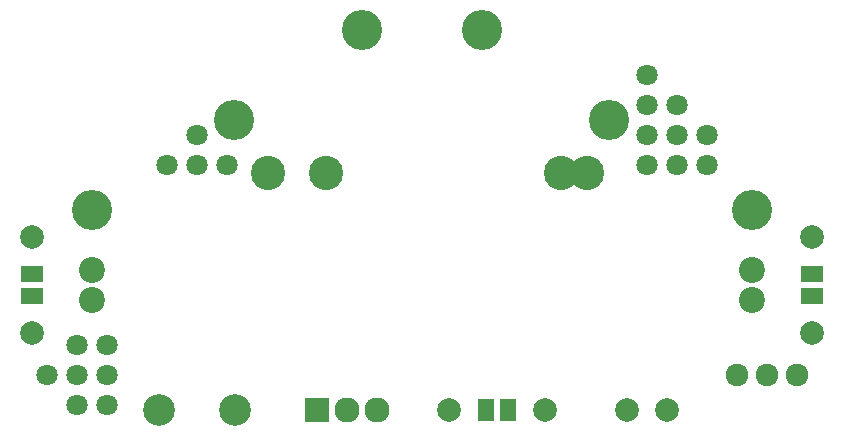
<source format=gts>
G04 #@! TF.FileFunction,Soldermask,Top*
%FSLAX46Y46*%
G04 Gerber Fmt 4.6, Leading zero omitted, Abs format (unit mm)*
G04 Created by KiCad (PCBNEW 4.0.7-e2-6376~58~ubuntu16.04.1) date Wed Oct 18 15:21:10 2017*
%MOMM*%
%LPD*%
G01*
G04 APERTURE LIST*
%ADD10C,0.101600*%
%ADD11R,1.850000X1.400000*%
%ADD12C,2.000000*%
%ADD13C,3.400000*%
%ADD14R,1.400000X1.850000*%
%ADD15C,2.686000*%
%ADD16C,1.800000*%
%ADD17C,1.920000*%
%ADD18R,2.127200X2.127200*%
%ADD19C,2.127200*%
%ADD20C,2.900000*%
%ADD21C,2.200000*%
G04 APERTURE END LIST*
D10*
D11*
X19050000Y-87950000D03*
X19050000Y-89850000D03*
D12*
X19050000Y-84836000D03*
X19050000Y-92964000D03*
D11*
X85090000Y-87950000D03*
X85090000Y-89850000D03*
D12*
X85090000Y-84836000D03*
X85090000Y-92964000D03*
D13*
X67945000Y-74930000D03*
X46990000Y-67310000D03*
X24130000Y-82550000D03*
X57150000Y-67310000D03*
X36195000Y-74930000D03*
X80010000Y-82550000D03*
D14*
X59370000Y-99441000D03*
X57470000Y-99441000D03*
D12*
X62484000Y-99441000D03*
X54356000Y-99441000D03*
D15*
X29768800Y-99441000D03*
X36271200Y-99441000D03*
D16*
X25400000Y-99060000D03*
X25400000Y-96520000D03*
X25400000Y-93980000D03*
X22860000Y-93980000D03*
X22860000Y-96520000D03*
X22860000Y-99060000D03*
X20320000Y-96520000D03*
X30480000Y-78740000D03*
X33020000Y-78740000D03*
X35560000Y-78740000D03*
X33020000Y-76200000D03*
X73660000Y-78740000D03*
X71120000Y-78740000D03*
X76200000Y-78740000D03*
X73660000Y-76200000D03*
X71120000Y-76200000D03*
X71120000Y-73660000D03*
X73660000Y-73660000D03*
X76200000Y-76200000D03*
X71120000Y-71120000D03*
D17*
X81280000Y-96520000D03*
X83820000Y-96520000D03*
X78740000Y-96520000D03*
D12*
X69418200Y-99441000D03*
X72821800Y-99441000D03*
D18*
X43180000Y-99441000D03*
D19*
X45720000Y-99441000D03*
X48260000Y-99441000D03*
D20*
X43970000Y-79375000D03*
X63870000Y-79375000D03*
X66070000Y-79375000D03*
X39070000Y-79375000D03*
D21*
X24130000Y-87630000D03*
X24130000Y-90170000D03*
X80010000Y-90170000D03*
X80010000Y-87630000D03*
M02*

</source>
